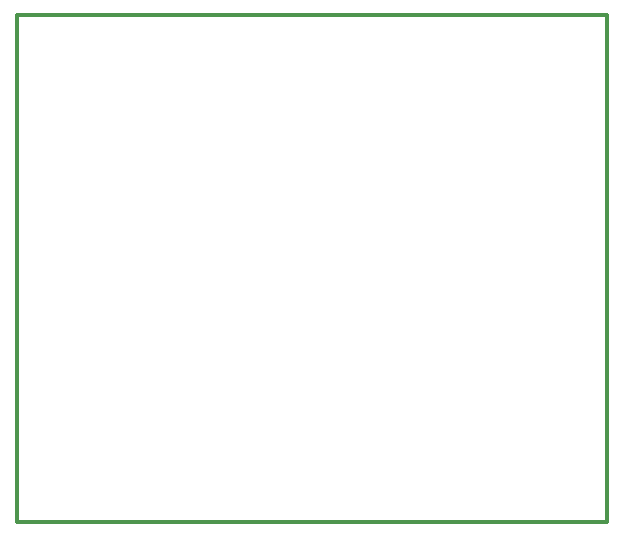
<source format=gko>
%FSLAX43Y43*%
%MOMM*%
G71*
G01*
G75*
%ADD10C,0.300*%
%ADD11C,0.125*%
%ADD12R,1.800X1.600*%
%ADD13R,1.600X1.800*%
%ADD14R,0.600X1.700*%
%ADD15R,0.600X1.700*%
%ADD16C,0.400*%
%ADD17C,0.500*%
%ADD18C,0.254*%
%ADD19C,1.500*%
%ADD20R,1.500X1.500*%
%ADD21R,1.300X1.300*%
%ADD22C,1.300*%
%ADD23C,2.000*%
%ADD24C,1.200*%
%ADD25R,0.550X1.450*%
%ADD26R,0.550X1.450*%
%ADD27R,5.700X5.500*%
%ADD28R,1.600X1.000*%
%ADD29C,0.600*%
%ADD30R,2.003X1.803*%
%ADD31R,1.803X2.003*%
%ADD32R,0.803X1.903*%
%ADD33R,0.803X1.903*%
%ADD34C,1.703*%
%ADD35R,1.703X1.703*%
%ADD36R,1.503X1.503*%
%ADD37C,1.503*%
%ADD38C,2.203*%
%ADD39C,1.403*%
%ADD40R,0.753X1.653*%
%ADD41R,0.753X1.653*%
%ADD42R,5.903X5.703*%
%ADD43R,1.803X1.203*%
D10*
X0Y0D02*
Y43000D01*
X50000D01*
Y0D02*
Y43000D01*
X0Y0D02*
X50000D01*
M02*

</source>
